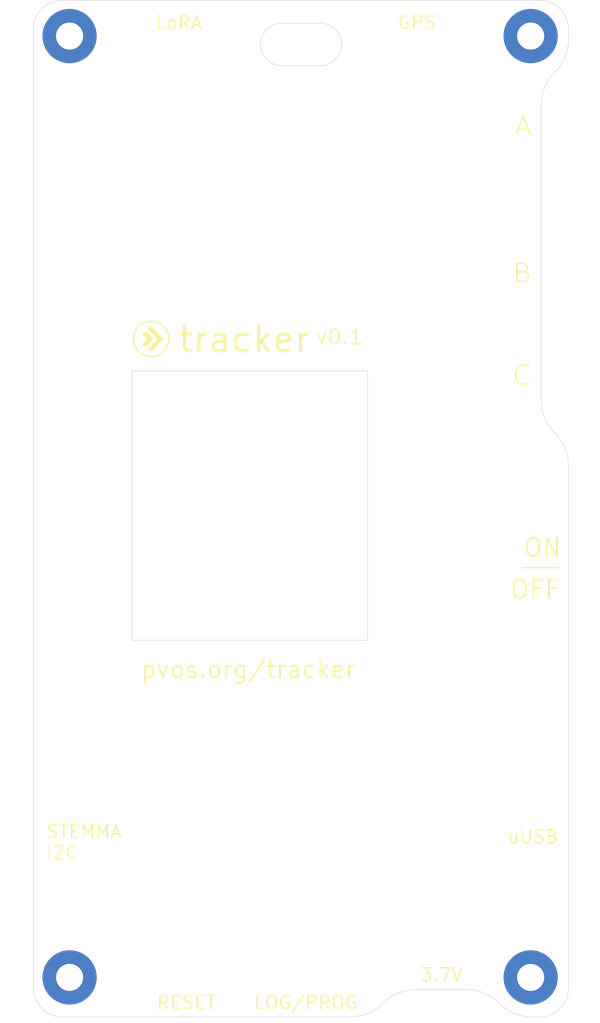
<source format=kicad_pcb>
(kicad_pcb (version 20171130) (host pcbnew 5.1.12-84ad8e8a86~92~ubuntu18.04.1)

  (general
    (thickness 1.6)
    (drawings 52)
    (tracks 0)
    (zones 0)
    (modules 8)
    (nets 1)
  )

  (page A4)
  (layers
    (0 F.Cu signal)
    (31 B.Cu signal)
    (32 B.Adhes user)
    (33 F.Adhes user)
    (34 B.Paste user)
    (35 F.Paste user)
    (36 B.SilkS user)
    (37 F.SilkS user)
    (38 B.Mask user)
    (39 F.Mask user)
    (40 Dwgs.User user)
    (41 Cmts.User user)
    (42 Eco1.User user)
    (43 Eco2.User user)
    (44 Edge.Cuts user)
    (45 Margin user)
    (46 B.CrtYd user)
    (47 F.CrtYd user)
    (48 B.Fab user)
    (49 F.Fab user)
  )

  (setup
    (last_trace_width 0.25)
    (user_trace_width 0.4)
    (user_trace_width 0.7)
    (trace_clearance 0.2)
    (zone_clearance 0.508)
    (zone_45_only no)
    (trace_min 0.2)
    (via_size 0.8)
    (via_drill 0.4)
    (via_min_size 0.4)
    (via_min_drill 0.3)
    (user_via 3 2)
    (uvia_size 0.3)
    (uvia_drill 0.1)
    (uvias_allowed no)
    (uvia_min_size 0.2)
    (uvia_min_drill 0.1)
    (edge_width 0.05)
    (segment_width 0.2)
    (pcb_text_width 0.3)
    (pcb_text_size 1.5 1.5)
    (mod_edge_width 0.12)
    (mod_text_size 1 1)
    (mod_text_width 0.15)
    (pad_size 5.4 5.4)
    (pad_drill 2.7)
    (pad_to_mask_clearance 0.05)
    (aux_axis_origin 0 0)
    (visible_elements FFFFF7FF)
    (pcbplotparams
      (layerselection 0x010fc_ffffffff)
      (usegerberextensions false)
      (usegerberattributes true)
      (usegerberadvancedattributes true)
      (creategerberjobfile true)
      (excludeedgelayer true)
      (linewidth 0.100000)
      (plotframeref false)
      (viasonmask false)
      (mode 1)
      (useauxorigin false)
      (hpglpennumber 1)
      (hpglpenspeed 20)
      (hpglpendiameter 15.000000)
      (psnegative false)
      (psa4output false)
      (plotreference true)
      (plotvalue true)
      (plotinvisibletext false)
      (padsonsilk false)
      (subtractmaskfromsilk false)
      (outputformat 1)
      (mirror false)
      (drillshape 0)
      (scaleselection 1)
      (outputdirectory "gerber/"))
  )

  (net 0 "")

  (net_class Default "This is the default net class."
    (clearance 0.2)
    (trace_width 0.25)
    (via_dia 0.8)
    (via_drill 0.4)
    (uvia_dia 0.3)
    (uvia_drill 0.1)
    (add_net D5)
    (add_net MOSI)
    (add_net "Net-(U4-Pad2)")
    (add_net "Net-(U4-Pad7)")
    (add_net "Net-(U4-Pad8)")
    (add_net "Net-(U4-Pad9)")
    (add_net SCK)
    (add_net SDA)
  )

  (module MountingHole:MountingHole_2.7mm_M2.5 (layer F.Cu) (tedit 56D1B4CB) (tstamp 61DA3C33)
    (at 110.475 93.735)
    (descr "Mounting Hole 2.7mm, no annular, M2.5")
    (tags "mounting hole 2.7mm no annular m2.5")
    (path /61DE2768)
    (attr virtual)
    (fp_text reference H8 (at 0 -3.7) (layer F.SilkS) hide
      (effects (font (size 1 1) (thickness 0.15)))
    )
    (fp_text value MountingHole (at 0 3.7) (layer F.Fab)
      (effects (font (size 1 1) (thickness 0.15)))
    )
    (fp_circle (center 0 0) (end 2.95 0) (layer F.CrtYd) (width 0.05))
    (fp_circle (center 0 0) (end 2.7 0) (layer Cmts.User) (width 0.15))
    (fp_text user %R (at 0.3 0) (layer F.Fab)
      (effects (font (size 1 1) (thickness 0.15)))
    )
    (pad 1 np_thru_hole circle (at 0 0) (size 2.7 2.7) (drill 2.7) (layers *.Cu *.Mask))
  )

  (module MountingHole:MountingHole_2.7mm_M2.5 (layer F.Cu) (tedit 56D1B4CB) (tstamp 61DA3C2B)
    (at 76.455 126.755)
    (descr "Mounting Hole 2.7mm, no annular, M2.5")
    (tags "mounting hole 2.7mm no annular m2.5")
    (path /61DE25E7)
    (attr virtual)
    (fp_text reference H7 (at 0 -3.7) (layer F.SilkS) hide
      (effects (font (size 1 1) (thickness 0.15)))
    )
    (fp_text value MountingHole (at 0 3.7) (layer F.Fab)
      (effects (font (size 1 1) (thickness 0.15)))
    )
    (fp_circle (center 0 0) (end 2.95 0) (layer F.CrtYd) (width 0.05))
    (fp_circle (center 0 0) (end 2.7 0) (layer Cmts.User) (width 0.15))
    (fp_text user %R (at 0.3 0) (layer F.Fab)
      (effects (font (size 1 1) (thickness 0.15)))
    )
    (pad 1 np_thru_hole circle (at 0 0) (size 2.7 2.7) (drill 2.7) (layers *.Cu *.Mask))
  )

  (module MountingHole:MountingHole_2.7mm_M2.5 (layer F.Cu) (tedit 56D1B4CB) (tstamp 61DA3C07)
    (at 110.475 126.755)
    (descr "Mounting Hole 2.7mm, no annular, M2.5")
    (tags "mounting hole 2.7mm no annular m2.5")
    (path /61DE2422)
    (attr virtual)
    (fp_text reference H4 (at 0 -3.7) (layer F.SilkS) hide
      (effects (font (size 1 1) (thickness 0.15)))
    )
    (fp_text value MountingHole (at 0 3.7) (layer F.Fab)
      (effects (font (size 1 1) (thickness 0.15)))
    )
    (fp_circle (center 0 0) (end 2.95 0) (layer F.CrtYd) (width 0.05))
    (fp_circle (center 0 0) (end 2.7 0) (layer Cmts.User) (width 0.15))
    (fp_text user %R (at 0.3 0) (layer F.Fab)
      (effects (font (size 1 1) (thickness 0.15)))
    )
    (pad 1 np_thru_hole circle (at 0 0) (size 2.7 2.7) (drill 2.7) (layers *.Cu *.Mask))
  )

  (module MountingHole:MountingHole_2.7mm_M2.5 (layer F.Cu) (tedit 56D1B4CB) (tstamp 61DA3BFF)
    (at 76.455 93.735)
    (descr "Mounting Hole 2.7mm, no annular, M2.5")
    (tags "mounting hole 2.7mm no annular m2.5")
    (path /61DE17E7)
    (attr virtual)
    (fp_text reference H3 (at 0 -3.7) (layer F.SilkS) hide
      (effects (font (size 1 1) (thickness 0.15)))
    )
    (fp_text value MountingHole (at 0 3.7) (layer F.Fab)
      (effects (font (size 1 1) (thickness 0.15)))
    )
    (fp_circle (center 0 0) (end 2.95 0) (layer F.CrtYd) (width 0.05))
    (fp_circle (center 0 0) (end 2.7 0) (layer Cmts.User) (width 0.15))
    (fp_text user %R (at 0.3 0) (layer F.Fab)
      (effects (font (size 1 1) (thickness 0.15)))
    )
    (pad 1 np_thru_hole circle (at 0 0) (size 2.7 2.7) (drill 2.7) (layers *.Cu *.Mask))
  )

  (module MountingHole:MountingHole_2.7mm_M2.5_Pad (layer F.Cu) (tedit 56D1B4CB) (tstamp 61D75026)
    (at 121.43896 157.24992)
    (descr "Mounting Hole 2.7mm, M2.5")
    (tags "mounting hole 2.7mm m2.5")
    (path /614A5606)
    (attr virtual)
    (fp_text reference H2 (at -2.6463 -2.667) (layer F.SilkS) hide
      (effects (font (size 1 1) (thickness 0.15)))
    )
    (fp_text value MountingHole_Pad (at 0 3.7) (layer F.Fab)
      (effects (font (size 1 1) (thickness 0.15)))
    )
    (fp_text user %R (at 0.3 0) (layer F.Fab)
      (effects (font (size 1 1) (thickness 0.15)))
    )
    (fp_circle (center 0 0) (end 2.7 0) (layer Cmts.User) (width 0.15))
    (fp_circle (center 0 0) (end 2.95 0) (layer F.CrtYd) (width 0.05))
    (pad 1 thru_hole circle (at 0 0) (size 5.4 5.4) (drill 2.7) (layers *.Cu *.Mask))
  )

  (module MountingHole:MountingHole_2.7mm_M2.5_Pad (layer F.Cu) (tedit 61D66484) (tstamp 61CE253A)
    (at 75.49196 63.49116)
    (descr "Mounting Hole 2.7mm, M2.5")
    (tags "mounting hole 2.7mm m2.5")
    (path /614E3468)
    (attr virtual)
    (fp_text reference H6 (at 0 -3.7) (layer F.SilkS) hide
      (effects (font (size 1 1) (thickness 0.15)))
    )
    (fp_text value MountingHole_Pad (at 0 3.7) (layer F.Fab)
      (effects (font (size 1 1) (thickness 0.15)))
    )
    (fp_text user %R (at 0.3 0) (layer F.Fab)
      (effects (font (size 1 1) (thickness 0.15)))
    )
    (fp_circle (center 0 0) (end 2.95 0) (layer F.CrtYd) (width 0.05))
    (fp_circle (center 0 0) (end 2.7 0) (layer Cmts.User) (width 0.15))
    (pad 1 thru_hole circle (at 0 0) (size 5.4 5.4) (drill 2.7) (layers *.Cu *.Mask))
  )

  (module MountingHole:MountingHole_2.7mm_M2.5_Pad (layer F.Cu) (tedit 56D1B4CB) (tstamp 61CE2532)
    (at 121.43896 63.49116)
    (descr "Mounting Hole 2.7mm, M2.5")
    (tags "mounting hole 2.7mm m2.5")
    (path /614E3462)
    (attr virtual)
    (fp_text reference H5 (at 0 -3.7) (layer F.SilkS) hide
      (effects (font (size 1 1) (thickness 0.15)))
    )
    (fp_text value MountingHole_Pad (at 0 3.7) (layer F.Fab)
      (effects (font (size 1 1) (thickness 0.15)))
    )
    (fp_text user %R (at 0.3 0) (layer F.Fab)
      (effects (font (size 1 1) (thickness 0.15)))
    )
    (fp_circle (center 0 0) (end 2.7 0) (layer Cmts.User) (width 0.15))
    (fp_circle (center 0 0) (end 2.95 0) (layer F.CrtYd) (width 0.05))
    (pad 1 thru_hole circle (at 0 0) (size 5.4 5.4) (drill 2.7) (layers *.Cu *.Mask))
  )

  (module MountingHole:MountingHole_2.7mm_M2.5_Pad (layer F.Cu) (tedit 56D1B4CB) (tstamp 61D6001F)
    (at 75.49196 157.24992)
    (descr "Mounting Hole 2.7mm, M2.5")
    (tags "mounting hole 2.7mm m2.5")
    (path /614A1FDA)
    (attr virtual)
    (fp_text reference H1 (at 0 -3.7) (layer F.SilkS) hide
      (effects (font (size 1 1) (thickness 0.15)))
    )
    (fp_text value MountingHole_Pad (at 0 3.7) (layer F.Fab)
      (effects (font (size 1 1) (thickness 0.15)))
    )
    (fp_text user %R (at 0.3 0) (layer F.Fab)
      (effects (font (size 1 1) (thickness 0.15)))
    )
    (fp_circle (center 0 0) (end 2.7 0) (layer Cmts.User) (width 0.15))
    (fp_circle (center 0 0) (end 2.95 0) (layer F.CrtYd) (width 0.05))
    (pad 1 thru_hole circle (at 0 0) (size 5.4 5.4) (drill 2.7) (layers *.Cu *.Mask))
  )

  (gr_text "STEMMA\nI2C" (at 73.075 143.775) (layer F.SilkS) (tstamp 61DA5C68)
    (effects (font (size 1.3 1.3) (thickness 0.15)) (justify left))
  )
  (gr_text GPS (at 110.125 62.15) (layer F.SilkS) (tstamp 61DA5BAB)
    (effects (font (size 1.3 1.3) (thickness 0.15)))
  )
  (gr_text LoRA (at 86.375 62.15) (layer F.SilkS) (tstamp 61DA5BA7)
    (effects (font (size 1.3 1.3) (thickness 0.15)))
  )
  (gr_text uUSB (at 121.675 143.25) (layer F.SilkS) (tstamp 61DA457A)
    (effects (font (size 1.3 1.3) (thickness 0.15)))
  )
  (gr_line (start 105.2 123.675) (end 105.2 96.85) (layer Edge.Cuts) (width 0.05) (tstamp 61DA43B2))
  (gr_line (start 81.7 123.675) (end 105.2 123.675) (layer Edge.Cuts) (width 0.05))
  (gr_line (start 81.7 96.85) (end 81.7 123.675) (layer Edge.Cuts) (width 0.05))
  (gr_line (start 105.2 96.85) (end 81.7 96.85) (layer Edge.Cuts) (width 0.05))
  (gr_line (start 124.35 116.45) (end 120.625 116.45) (layer F.SilkS) (width 0.12))
  (gr_line (start 83.05 94.2) (end 83.55 93.65) (layer F.SilkS) (width 0.5) (tstamp 61D889B3))
  (gr_line (start 83.05 93.2) (end 83.55 93.65) (layer F.SilkS) (width 0.5) (tstamp 61D889B2))
  (gr_circle (center 83.617766 93.65) (end 82.767766 95.2) (layer F.SilkS) (width 0.12))
  (gr_text v0.1 (at 102.4 93.45) (layer F.SilkS) (tstamp 61D86AF3)
    (effects (font (size 1.5 1.5) (thickness 0.15)))
  )
  (gr_line (start 83.55 92.65) (end 84.55 93.65) (layer F.SilkS) (width 0.5) (tstamp 61D857C8))
  (gr_line (start 83.65 94.65) (end 84.55 93.65) (layer F.SilkS) (width 0.5))
  (gr_text tracker (at 92.9 93.7) (layer F.SilkS) (tstamp 61D8616A)
    (effects (font (size 2.5 2.5) (thickness 0.3)))
  )
  (gr_text pvos.org/tracker (at 93.3 126.575) (layer F.SilkS) (tstamp 61D82FBD)
    (effects (font (size 1.7 1.7) (thickness 0.2)))
  )
  (gr_text LOG/PROG (at 99.05 159.75) (layer F.SilkS) (tstamp 61D74B83)
    (effects (font (size 1.3 1.3) (thickness 0.15)))
  )
  (gr_text A (at 120.703571 72.4) (layer F.SilkS) (tstamp 61D7059B)
    (effects (font (size 1.8 2) (thickness 0.15)))
  )
  (gr_text B (at 120.575 87.1) (layer F.SilkS) (tstamp 61D70598)
    (effects (font (size 1.8 2) (thickness 0.15)))
  )
  (gr_text C (at 120.575 97.3) (layer F.SilkS) (tstamp 61D705A3)
    (effects (font (size 2 2) (thickness 0.15)))
  )
  (gr_text OFF (at 121.9 118.6) (layer F.SilkS) (tstamp 61D70339)
    (effects (font (size 1.8 1.8) (thickness 0.2)))
  )
  (gr_text ON (at 122.6 114.45) (layer F.SilkS)
    (effects (font (size 1.8 1.8) (thickness 0.2)))
  )
  (gr_text RESET (at 87.125 159.75) (layer F.SilkS) (tstamp 61D70105)
    (effects (font (size 1.3 1.3) (thickness 0.15)))
  )
  (gr_line (start 125.215 62.836376) (end 125.215 63.773256) (layer Edge.Cuts) (width 0.05) (tstamp 61D6EBDD))
  (gr_line (start 125.215 62.835) (end 125.215 62.836376) (layer Edge.Cuts) (width 0.05) (tstamp 61D6EBDC))
  (gr_line (start 121.61328 161.195336) (end 122.303624 161.195336) (layer Edge.Cuts) (width 0.05) (tstamp 61D6BE76))
  (gr_line (start 110.033704 158.46004) (end 115.011536 158.46004) (layer Edge.Cuts) (width 0.05) (tstamp 61D6BE65))
  (gr_arc (start 115.010613 163.129483) (end 115.011536 158.46004) (angle 44.98867445) (layer Edge.Cuts) (width 0.05) (tstamp 61D6BE33))
  (gr_arc (start 121.614203 156.525893) (end 121.61328 161.195336) (angle 44.98867445) (layer Edge.Cuts) (width 0.05) (tstamp 61D6BE32))
  (gr_arc (start 103.431037 156.525893) (end 103.43196 161.195336) (angle -44.98867445) (layer Edge.Cuts) (width 0.05) (tstamp 61D6BE16))
  (gr_arc (start 110.034627 163.129483) (end 110.033704 158.46004) (angle -44.98867445) (layer Edge.Cuts) (width 0.05) (tstamp 61D6BE15))
  (gr_line (start 125.215 158.28396) (end 125.215 106.33588) (layer Edge.Cuts) (width 0.05) (tstamp 61D69CE3))
  (gr_arc (start 127.149147 99.733213) (end 122.479704 99.734136) (angle -44.98867445) (layer Edge.Cuts) (width 0.05) (tstamp 61D69C5F))
  (gr_arc (start 120.545557 106.336803) (end 125.215 106.33588) (angle -44.98867445) (layer Edge.Cuts) (width 0.05) (tstamp 61D69C5E))
  (gr_line (start 122.479704 70.375) (end 122.479704 99.734136) (layer Edge.Cuts) (width 0.05) (tstamp 61D69B06))
  (gr_arc (start 127.149147 70.375923) (end 122.479704 70.375) (angle 44.98867445) (layer Edge.Cuts) (width 0.05) (tstamp 61D69ADB))
  (gr_arc (start 120.545557 63.772333) (end 125.215 63.773256) (angle 44.98867445) (layer Edge.Cuts) (width 0.05) (tstamp 61D69A4D))
  (gr_line (start 100.449063 66.451842) (end 96.62984 66.451842) (layer Edge.Cuts) (width 0.05) (tstamp 61D66F62))
  (gr_line (start 100.45 62.20846) (end 96.62984 62.20846) (layer Edge.Cuts) (width 0.05) (tstamp 61D66F58))
  (gr_arc (start 96.62984 64.330151) (end 96.62984 66.451842) (angle 180) (layer Edge.Cuts) (width 0.05) (tstamp 61D66D23))
  (gr_arc (start 100.45 64.330151) (end 100.45 62.20846) (angle 180.025313) (layer Edge.Cuts) (width 0.05) (tstamp 61D66D21))
  (gr_line (start 71.874464 62.836376) (end 71.874464 88.0682) (layer Edge.Cuts) (width 0.05) (tstamp 61D65C1A))
  (gr_line (start 122.303624 59.925) (end 102.96968 59.925) (layer Edge.Cuts) (width 0.05) (tstamp 61D60794))
  (gr_arc (start 122.303624 62.836376) (end 125.215 62.835) (angle -89.97292037) (layer Edge.Cuts) (width 0.05) (tstamp 61D60791))
  (gr_arc (start 74.78584 158.28396) (end 71.874464 158.28396) (angle -90) (layer Edge.Cuts) (width 0.05) (tstamp 61D6021A))
  (gr_line (start 103.43196 161.195336) (end 74.78584 161.195336) (layer Edge.Cuts) (width 0.05))
  (gr_arc (start 122.303624 158.28396) (end 122.303624 161.195336) (angle -90) (layer Edge.Cuts) (width 0.05) (tstamp 61D60032))
  (gr_arc (start 74.78584 62.836376) (end 74.78584 59.925) (angle -90) (layer Edge.Cuts) (width 0.05))
  (gr_text 3.7V (at 112.55 157) (layer F.SilkS)
    (effects (font (size 1.3 1.3) (thickness 0.15)))
  )
  (gr_line (start 74.78584 59.925) (end 102.96968 59.925) (layer Edge.Cuts) (width 0.05))
  (gr_line (start 71.874464 88.0682) (end 71.874464 158.28396) (layer Edge.Cuts) (width 0.05) (tstamp 61D66255))

)

</source>
